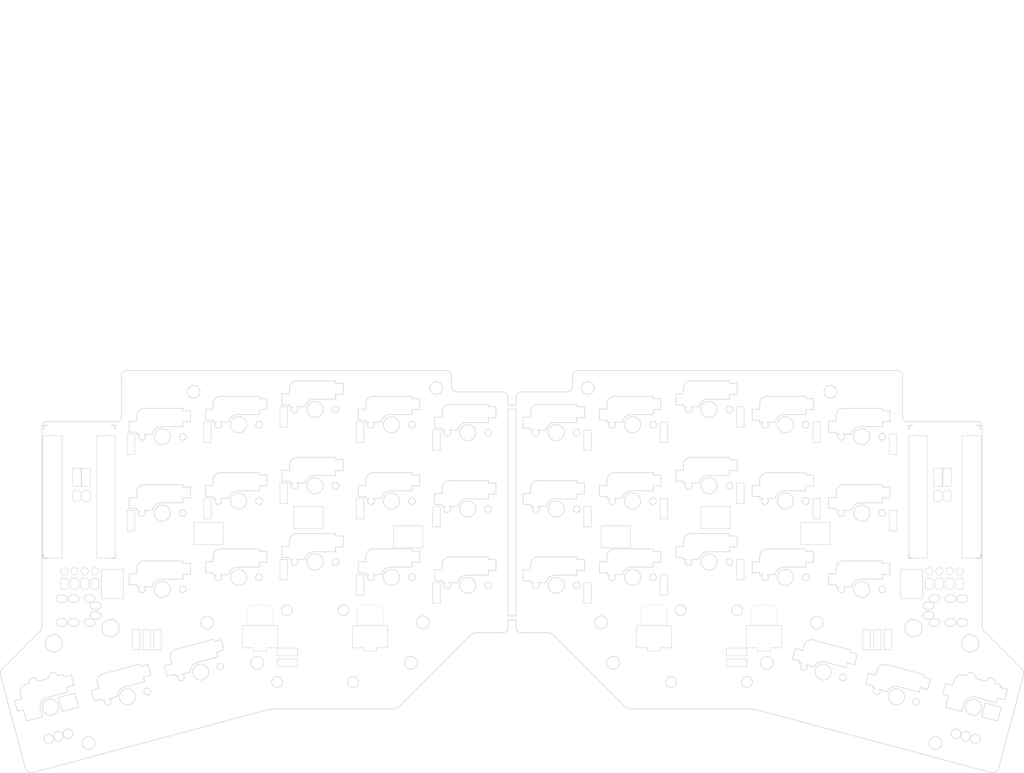
<source format=kicad_pcb>
(kicad_pcb (version 20211014) (generator pcbnew)
  (layers (0 "F.Cu" signal) (31 "B.Cu" signal) (34 "B.Paste" user) (35 "F.Paste" user) (36 "B.SilkS" user "B.Silkscreen") (37 "F.SilkS" user "F.Silkscreen") (38 "B.Mask" user) (39 "F.Mask" user) (44 "Edge.Cuts" user))
  (net 0 "")
  (footprint "jw_custom_footprint:CherryMX_Hotswap_cutout_bottom" (layer "F.Cu") (at 180.44134 103.640481))
  (footprint "jw_custom_footprint:MountingHole_2.7mm_M2.5_cutout" (layer "F.Cu") (at 206.482966 111.825812 180))
  (footprint "jw_custom_footprint:CherryMX_Hotswap_cutout_bottom" (layer "F.Cu") (at 180.44134 84.640881))
  (footprint "jw_custom_footprint:SolderJumper-2_P1.3mm_Open_RoundedPad1.0x1.5mm_dual_side_cutout" (layer "F.Cu") (at 256.345255 83.385519 90))
  (footprint "jw_custom_footprint:CherryMX_Hotswap_EC11_cutout_bottom" (layer "F.Cu") (at 265.2522 135.966198 -15))
  (footprint "jw_custom_footprint:MountingHole_3.2mm_M3_cutout" (layer "F.Cu") (at 229.642167 57.452637))
  (footprint "jw_custom_footprint:Diode_SOD123_THT_2_cutout_small" (layer "F.Cu") (at 226.23794 86.532681 90))
  (footprint "jw_custom_footprint:CherryMX_Hotswap_EC11_cutout_bottom" (layer "F.Cu") (at 35.61488 135.966198 15))
  (footprint "jw_custom_footprint:Diode_SOD123_THT_2_cutout_small" (layer "F.Cu") (at 238.649485 119.134121 -90))
  (footprint "jw_custom_footprint:CherryMX_Hotswap_cutout_bottom" (layer "F.Cu") (at 54.76648 133.3754 15))
  (footprint "jw_custom_footprint:CherryMX_Hotswap_cutout_bottom" (layer "F.Cu") (at 161.44114 67.639881))
  (footprint "jw_custom_footprint:LED_WS2812B_PLCC4_5.0x5.0mm_P3.2mm_double_side_cutout" (layer "F.Cu") (at 249.871774 105.27732 -90))
  (footprint "jw_custom_footprint:CherryMX_Hotswap_cutout_bottom" (layer "F.Cu") (at 139.42594 105.640681))
  (footprint "jw_custom_footprint:CherryMX_Hotswap_cutout_bottom" (layer "F.Cu") (at 161.44114 86.640281))
  (footprint "jw_custom_footprint:Diode_SOD123_THT_2_cutout_small" (layer "F.Cu") (at 188.23834 105.532481 90))
  (footprint "jw_custom_footprint:TE_0-1734839-5_1x05-1MP_P0.5mm_Horizontal_cutout" (layer "F.Cu") (at 87.726369 119.765646 180))
  (footprint "jw_custom_footprint:Diode_SOD123_THT_2_cutout_small" (layer "F.Cu") (at 226.23794 67.532721 90))
  (footprint "jw_custom_footprint:MountingHole_3.2mm_M3_cutout" (layer "F.Cu") (at 226.251212 114.891087))
  (footprint "jw_custom_footprint:MountingHole_4.3mm_M4_cutout" (layer "F.Cu") (at 250.317 116.3066 180))
  (footprint "jw_custom_footprint:Diode_SOD123_THT_2_cutout_small" (layer "F.Cu") (at 245.237638 89.533081 90))
  (footprint "jw_custom_footprint:CherryMX_Hotswap_cutout_bottom" (layer "F.Cu") (at 120.42574 103.640481))
  (footprint "jw_custom_footprint:Diode_SOD123_THT_2_cutout_small" (layer "F.Cu") (at 207.23774 63.722521 90))
  (footprint "jw_custom_footprint:CherryMX_Hotswap_cutout_bottom" (layer "F.Cu") (at 63.426442 87.641081))
  (footprint "jw_custom_footprint:MountingHole_3.2mm_M3_cutout" (layer "F.Cu") (at 172.593767 114.828437))
  (footprint "jw_custom_footprint:OLED_4Pin_cutout" (layer "F.Cu") (at 254.208651 102.117508))
  (footprint "jw_custom_footprint:MountingHole_4.3mm_M4_cutout" (layer "F.Cu") (at 264.476774 120.0658))
  (footprint "jw_custom_footprint:CherryMX_Hotswap_cutout_bottom" (layer "F.Cu") (at 246.1006 133.3754 -15))
  (footprint "jw_custom_footprint:Diode_SOD123_THT_2_cutout_small" (layer "F.Cu") (at 245.237767 70.533637 90))
  (footprint "jw_custom_footprint:TE_0-1734839-5_1x05-1MP_P0.5mm_Horizontal_cutout" (layer "F.Cu") (at 185.74057 119.765646 180))
  (footprint "jw_custom_footprint:CherryMX_Hotswap_cutout_bottom" (layer "F.Cu") (at 82.42614 65.640721))
  (footprint "jw_custom_footprint:CherryMX_Hotswap_cutout_bottom" (layer "F.Cu") (at 199.44074 99.830681))
  (footprint "jw_custom_footprint:CherryMX_Hotswap_cutout_bottom" (layer "F.Cu") (at 72.966306 127.229006 15))
  (footprint "jw_custom_footprint:MountingHole_3.2mm_M3_cutout" (layer "F.Cu") (at 255.778 144.907))
  (footprint "jw_custom_footprint:MountingHole_2.7mm_M2.5_cutout" (layer "F.Cu") (at 189.990966 129.71542 180))
  (footprint "jw_custom_footprint:Diode_SOD123_THT_2_cutout_small" (layer "F.Cu") (at 206.314012 124.899037 180))
  (footprint "jw_custom_footprint:SolderJumper-2_P1.3mm_Open_RoundedPad1.0x1.5mm_dual_side_cutout" (layer "F.Cu") (at 261.828651 105.253435 -90))
  (footprint "jw_custom_footprint:CherryMX_Hotswap_cutout_bottom" (layer "F.Cu") (at 218.44094 65.640721))
  (footprint "jw_custom_footprint:CherryMX_Hotswap_cutout_bottom" (layer "F.Cu") (at 180.44134 65.641281))
  (footprint "jw_custom_footprint:CherryMX_Hotswap_cutout_bottom" (layer "F.Cu") (at 139.42594 67.639881))
  (footprint "jw_custom_footprint:MountingHole_2.7mm_M2.5_cutout" (layer "F.Cu") (at 208.890766 129.71602 180))
  (footprint "jw_custom_footprint:CherryMX_Hotswap_cutout_bottom" (layer "F.Cu") (at 237.440638 68.641281))
  (footprint "jw_custom_footprint:Diode_SOD123_THT_2_cutout_small" (layer "F.Cu") (at 206.314012 122.192124 180))
  (footprint "jw_custom_footprint:CherryMX_Hotswap_cutout_bottom" (layer "F.Cu") (at 139.42594 86.640281))
  (footprint "jw_custom_footprint:ProMicro_jumper_pad_only_cutout_beneath_PCB" (layer "F.Cu") (at 42.80308 82.3361))
  (footprint "jw_custom_footprint:Diode_SOD123_THT_2_cutout_small" (layer "F.Cu") (at 169.23814 107.532681 90))
  (footprint "jw_custom_footprint:LED_WS2812B_PLCC4_5.0x5.0mm_P3.2mm_double_side_cutout" (layer "F.Cu") (at 176.262574 93.545806))
  (footprint "jw_custom_footprint:Diode_SOD123_THT_2_cutout_small" (layer "F.Cu") (at 188.23834 86.532881 90))
  (footprint "jw_custom_footprint:CherryMX_Hotswap_cutout_bottom" (layer "F.Cu") (at 82.42614 84.640681))
  (footprint "jw_custom_footprint:Diode_SOD123_THT_2_cutout_small" (layer "F.Cu") (at 169.23814 88.532281 90))
  (footprint "jw_custom_footprint:CherryMX_Hotswap_cutout_bottom" (layer "F.Cu") (at 120.42574 65.641281))
  (footprint "jw_custom_footprint:Diode_SOD123_THT_2_cutout_small" (layer "F.Cu") (at 241.308154 119.134121 -90))
  (footprint "jw_custom_footprint:R_1206_DoubleSided_cutout" (layer "F.Cu") (at 256.405172 78.716753 -90))
  (footprint "jw_custom_footprint:Diode_SOD123_THT_2_cutout_small" (layer "F.Cu") (at 188.23834 67.533281 90))
  (footprint "jw_custom_footprint:CherryMX_Hotswap_cutout_bottom" (layer "F.Cu") (at 218.44094 103.641081))
  (footprint "jw_custom_footprint:Diode_SOD123_THT_2_cutout_small" (layer "F.Cu") (at 207.23774 101.722681 90))
  (footprint "jw_custom_footprint:Diode_SOD123_THT_2_cutout_small" (layer "F.Cu") (at 169.23814 69.531881 90))
  (footprint "jw_custom_footprint:CherryMX_Hotswap_cutout_bottom" (layer "F.Cu") (at 63.426442 68.641281))
  (footprint "jw_custom_footprint:CherryMX_Hotswap_cutout_bottom" (layer "F.Cu") (at 120.42574 84.640881))
  (footprint "jw_custom_footprint:LED_WS2812B_PLCC4_5.0x5.0mm_P3.2mm_double_side_cutout" (layer "F.Cu") (at 225.935374 92.735806))
  (footprint "jw_custom_footprint:CherryMX_Hotswap_cutout_bottom" (layer "F.Cu") (at 101.42634 99.830681))
  (footprint "jw_custom_footprint:R_1206_DoubleSided_cutout" (layer "F.Cu") (at 258.730272 78.716753 -90))
  (footprint "jw_custom_footprint:MJ-4PP-9_cutout_beneath_PCB" (layer "F.Cu") (at 265.841712 112.784121 -90))
  (footprint "jw_custom_footprint:Diode_SOD123_THT_2_cutout_small" (layer "F.Cu") (at 243.966824 119.134121 -90))
  (footprint "jw_custom_footprint:CherryMX_Hotswap_cutout_bottom" (layer "F.Cu") (at 227.900774 127.229006 -15))
  (footprint "jw_custom_footprint:SolderJumper-2_P1.3mm_Open_RoundedPad1.0x1.5mm_dual_side_cutout" (layer "F.Cu") (at 258.801542 83.385519 90))
  (footprint "jw_custom_footprint:SolderJumper-2_P1.3mm_Open_RoundedPad1.0x1.5mm_dual_side_cutout" (layer "F.Cu") (at 254.208651 105.253435 -90))
  (footprint "jw_custom_footprint:MountingHole_3.2mm_M3_cutout" (layer "F.Cu") (at 213.826456 124.922887))
  (footprint "jw_custom_footprint:CherryMX_Hotswap_cutout_bottom" (layer "F.Cu") (at 237.440638 106.641081))
  (footprint "jw_custom_footprint:CherryMX_Hotswap_cutout_bottom" (layer "F.Cu") (at 218.44094 84.640681))
  (footprint "jw_custom_footprint:Diode_SOD123_THT_2_cutout_small" (layer "F.Cu") (at 207.23774 82.722481 90))
  (footprint "jw_custom_footprint:CherryMX_Hotswap_cutout_bottom" (layer "F.Cu") (at 82.42614 103.641081))
  (footprint "jw_custom_footprint:MountingHole_2.7mm_M2.5_cutout" (layer "F.Cu") (at 192.391455 111.825302 180))
  (footprint "jw_custom_footprint:LED_WS2812B_PLCC4_5.0x5.0mm_P3.2mm_double_side_cutout" (layer "F.Cu") (at 201.098974 88.745206))
  (footprint "jw_custom_footprint:SolderJumper-2_P1.3mm_Open_RoundedPad1.0x1.5mm_dual_side_cutout" (layer "F.Cu") (at 259.288651 105.253435 -90))
  (footprint "jw_custom_footprint:CherryMX_Hotswap_cutout_bottom" (layer "F.Cu") (at 237.440638 87.641081))
  (footprint "jw_custom_footprint:CherryMX_Hotswap_cutout_bottom" (layer "F.Cu") (at 63.426442 106.641081))
  (footprint "jw_custom_footprint:CherryMX_Hotswap_cutout_bottom" (layer "F.Cu") (at 199.44074 61.830521))
  (footprint "jw_custom_footprint:MountingHole_3.2mm_M3_cutout" (layer "F.Cu") (at 175.5902 124.922887))
  (footprint "jw_custom_footprint:MountingHole_3.2mm_M3_cutout" (layer "F.Cu") (at 169.291 56.5108))
  (footprint "jw_custom_footprint:CherryMX_Hotswap_cutout_bottom" (layer "F.Cu") (at 101.42634 61.830521))
  (footprint "jw_custom_footprint:CherryMX_Hotswap_cutout_bottom" (layer "F.Cu") (at 199.44074 80.830481))
  (footprint "jw_custom_footprint:SolderJumper-2_P1.3mm_Open_RoundedPad1.0x1.5mm_dual_side_cutout" (layer "F.Cu") (at 256.748651 105.253435 -90))
  (footprint "jw_custom_footprint:CherryMX_Hotswap_cutout_bottom" (layer "F.Cu") (at 101.42634 80.830481))
  (footprint "jw_custom_footprint:CherryMX_Hotswap_cutout_bottom" (layer "F.Cu") (at 161.44114 105.640681))
  (footprint "jw_custom_footprint:MountingHole_2.7mm_M2.5_cutout" (layer "B.Cu") (at 94.384114 111.825812))
  (footprint "jw_custom_footprint:Diode_SOD123_THT_2_cutout_small" (layer "B.Cu") (at 55.629313 70.533637 90))
  (footprint "jw_custom_footprint:SolderJumper-2_P1.3mm_Open_RoundedPad1.0x1.5mm_dual_side_cutout" (layer "B.Cu") (at 42.065538 83.385519 90))
  (footprint "jw_custom_footprint:Diode_SOD123_THT_2_cutout_small" (layer "B.Cu") (at 74.62914 67.532721 90))
  (footprint "jw_custom_footprint:LED_WS2812B_PLCC4_5.0x5.0mm_P3.2mm_double_side_cutout" (layer "B.Cu") (at 124.604506 93.545806 180))
  (footprint "jw_custom_footprint:Diode_SOD123_THT_2_cutout_small" (layer "B.Cu") (at 131.62894 107.532681 90))
  (footprint "jw_custom_footprint:Diode_SOD123_THT_2_cutout_small" (layer "B.Cu") (at 59.558926 119.134121 -90))
  (footprint "jw_custom_footprint:Diode_SOD123_THT_2_cutout_small" (layer "B.Cu") (at 56.900256 119.134121 -90))
  (footprint "jw_custom_footprint:Diode_SOD123_THT_2_cutout_small" (layer "B.Cu") (at 112.62874 105.532481 90))
  (footprint "jw_custom_footprint:LED_WS2812B_PLCC4_5.0x5.0mm_P3.2mm_double_side_cutout" (layer "B.Cu") (at 50.995306 105.27732 -90))
  (footprint "jw_custom_footprint:MountingHole_4.3mm_M4_cutout" (layer "B.Cu") (at 50.55008 116.3066))
  (footprint "jw_custom_footprint:MountingHole_3.2mm_M3_cutout" (layer "B.Cu") (at 125.27688 124.922887 180))
  (footprint "jw_custom_footprint:SolderJumper-2_P1.3mm_Open_RoundedPad1.0x1.5mm_dual_side_cutout" (layer "B.Cu") (at 41.578429 105.253435 -90))
  (footprint "jw_custom_footprint:Diode_SOD123_THT_2_cutout_small" (layer "B.Cu") (at 93.62934 82.722481 90))
  (footprint "jw_custom_footprint:Diode_SOD123_THT_2_cutout_small" (layer "B.Cu") (at 94.553068 124.899037))
  (footprint "jw_custom_footprint:Diode_SOD123_THT_2_cutout_small" (layer "B.Cu") (at 93.62934 63.722521 90))
  (footprint "jw_custom_footprint:MJ-4PP-9_cutout_beneath_PCB" (layer "B.Cu") (at 35.025368 112.784121 -90))
  (footprint "jw_custom_footprint:Diode_SOD123_THT_2_cutout_small" (layer "B.Cu") (at 112.62874 67.533281 90))
  (footprint "jw_custom_footprint:SolderJumper-2_P1.3mm_Open_RoundedPad1.0x1.5mm_dual_side_cutout" (layer "B.Cu") (at 46.658429 105.253435 -90))
  (footprint "jw_custom_footprint:LED_WS2812B_PLCC4_5.0x5.0mm_P3.2mm_double_side_cutout" (layer "B.Cu") (at 99.768106 88.745206 180))
  (footprint "jw_custom_footprint:Diode_SOD123_THT_2_cutout_small" (layer "B.Cu") (at 62.217595 119.134121 -90))
  (footprint "jw_custom_footprint:Diode_SOD123_THT_2_cutout_small" (layer "B.Cu") (at 131.62894 69.531881 90))
  (footprint "jw_custom_footprint:MountingHole_3.2mm_M3_cutout" (layer "B.Cu") (at 71.224913 57.452637 180))
  (footprint "jw_custom_footprint:TE_0-1734839-5_1x05-1MP_P0.5mm_Horizontal_cutout" (layer "B.Cu") (at 115.12651 119.765646))
  (footprint "jw_custom_footprint:LED_WS2812B_PLCC4_5.0x5.0mm_P3.2mm_double_side_cutout" (layer "B.Cu") (at 74.931706 92.735806 180))
  (footprint "jw_custom_footprint:MountingHole_3.2mm_M3_cutout" (layer "B.Cu") (at 131.57608 56.5108 180))
  (footprint "jw_custom_footprint:OLED_4Pin_cutout" (layer "B.Cu") (at 46.658429 102.117508 180))
  (footprint "jw_custom_footprint:Diode_SOD123_THT_2_cutout_small" (layer "B.Cu") (at 112.62874 86.532881 90))
  (footprint "jw_custom_footprint:TE_0-1734839-5_1x05-1MP_P0.5mm_Horizontal_cutout" (layer "B.Cu") (at 213.140711 119.765646))
  (footprint "jw_custom_footprint:MountingHole_2.7mm_M2.5_cutout" (layer "B.Cu") (at 110.876114 129.71542))
  (footprint "jw_custom_footprint:MountingHole_2.7mm_M2.5_cutout" (layer "B.Cu") (at 108.475625 111.825302))
  (footprint "jw_custom_footprint:MountingHole_3.2mm_M3_cutout" (layer "B.Cu") (at 45.08908 144.907 180))
  (footprint "jw_custom_footprint:SolderJumper-2_P1.3mm_Open_RoundedPad1.0x1.5mm_dual_side_cutout" (layer "B.Cu") (at 39.038429 105.253435 -90))
  (footprint "jw_custom_footprint:Diode_SOD123_THT_2_cutout_small" (layer "B.Cu") (at 93.62934 101.722681 90))
  (footprint "jw_custom_footprint:SolderJumper-2_P1.3mm_Open_RoundedPad1.0x1.5mm_dual_side_cutout" (layer "B.Cu") (at 44.521825 83.385519 90))
  (footprint "jw_custom_footprint:Diode_SOD123_THT_2_cutout_small" (layer "B.Cu") (at 131.62894 88.532281 90))
  (footprint "jw_custom_footprint:ProMicro_jumper_pad_only_cutout_beneath_PCB" (layer "B.Cu") (at 258.064 82.3361 180))
  (footprint "jw_custom_footprint:MountingHole_2.7mm_M2.5_cutout" (layer "B.Cu") (at 91.976314 129.71602))
  (footprint "jw_custom_footprint:Diode_SOD123_THT_2_cutout_small" (layer "B.Cu") (at 74.62914 86.532681 90))
  (footprint "jw_custom_footprint:R_1206_DoubleSided_cutout" (layer "B.Cu") (at 42.136808 78.716753 -90))
  (footprint "jw_custom_footprint:Diode_SOD123_THT_2_cutout_small" (layer "B.Cu") (at 55.629442 89.533081 90))
  (footprint "jw_custom_footprint:MountingHole_3.2mm_M3_cutout" (layer "B.Cu") (at 87.040624 124.922887 180))
  (footprint "jw_custom_footprint:SolderJumper-2_P1.3mm_Open_RoundedPad1.0x1.5mm_dual_side_cutout" (layer "B.Cu") (at 44.118429 105.253435 -90))
  (footprint "jw_custom_footprint:MountingHole_4.3mm_M4_cutout" (layer "B.Cu") (at 36.390306 120.0658 180))
  (footprint "jw_custom_footprint:MountingHole_3.2mm_M3_cutout" (layer "B.Cu") (at 74.615868 114.891087 180))
  (footprint "jw_custom_footprint:MountingHole_3.2mm_M3_cutout" (layer "B.Cu") (at 128.273313 114.828437 180))
  (footprint "jw_custom_footprint:Diode_SOD123_THT_2_cutout_small" (layer "B.Cu") (at 94.553068 122.192124))
  (footprint "jw_custom_footprint:R_1206_DoubleSided_cutout" (layer "B.Cu") (at 44.461908 78.716753 -90))
  (gr_line (start 209.868212 111.820487) (end 209.868212 115.554287) (layer "Edge.Cuts") (width 0.05))
  (gr_arc (start 117.160868 110.550487) (mid 118.058894 110.922461) (end 118.430868 111.820487) (layer "Edge.Cuts") (width 0.05))
  (gr_arc (start 148.098068 57.476121) (mid 149.031812 57.848718) (end 149.43354 58.770316) (layer "Edge.Cuts") (width 0.15))
  (gr_arc (start 89.728868 110.550487) (mid 90.626894 110.922461) (end 90.998868 111.820487) (layer "Edge.Cuts") (width 0.05))
  (gr_arc (start 151.43354 58.770316) (mid 151.835249 57.848699) (end 152.769012 57.476121) (layer "Edge.Cuts") (width 0.15))
  (gr_line (start 151.43354 113.249487) (end 151.43354 61.770316) (layer "Edge.Cuts") (width 0.15))
  (gr_line (start 84.471068 115.554287) (end 84.471068 111.820487) (layer "Edge.Cuts") (width 0.05))
  (gr_arc (start 152.564374 117.420006) (mid 151.776368 117.048225) (end 151.43354 116.247206) (layer "Edge.Cuts") (width 0.15))
  (gr_line (start 178.308767 135.600206) (end 160.909767 118.133206) (layer "Edge.Cuts") (width 0.15))
  (gr_arc (start 165.501498 53.527081) (mid 165.857786 52.566566) (end 166.8018 52.168587) (layer "Edge.Cuts") (width 0.15))
  (gr_line (start 111.903068 115.554287) (end 111.903068 111.820487) (layer "Edge.Cuts") (width 0.05))
  (gr_arc (start 88.76374 136.850006) (mid 90.341675 136.518253) (end 91.951313 136.423387) (layer "Edge.Cuts") (width 0.15))
  (gr_arc (start 136.759385 57.476121) (mid 135.77414 57.064466) (end 135.365582 56.077916) (layer "Edge.Cuts") (width 0.15))
  (gr_arc (start 180.340767 136.415387) (mid 179.237998 136.224083) (end 178.308767 135.600206) (layer "Edge.Cuts") (width 0.15))
  (gr_line (start 182.436212 111.820487) (end 182.436212 115.554287) (layer "Edge.Cuts") (width 0.05))
  (gr_arc (start 187.694012 110.550487) (mid 188.592038 110.922461) (end 188.964012 111.820487) (layer "Edge.Cuts") (width 0.05))
  (gr_line (start 269.59752 152.2222) (end 212.10334 136.850006) (layer "Edge.Cuts") (width 0.15))
  (gr_line (start 246.477285 52.168791) (end 166.8018 52.168587) (layer "Edge.Cuts") (width 0.15))
  (gr_arc (start 248.817691 64.868455) (mid 247.959846 64.513158) (end 247.604552 63.655316) (layer "Edge.Cuts") (width 0.15))
  (gr_arc (start 122.558313 135.600206) (mid 121.629079 136.224077) (end 120.526313 136.415387) (layer "Edge.Cuts") (width 0.15))
  (gr_arc (start 208.915767 136.423387) (mid 210.525404 136.518265) (end 212.10334 136.850006) (layer "Edge.Cuts") (width 0.15))
  (gr_line (start 188.964012 111.820487) (end 188.964012 115.554287) (layer "Edge.Cuts") (width 0.05))
  (gr_line (start 148.302706 117.420006) (end 141.676713 117.420006) (layer "Edge.Cuts") (width 0.15))
  (gr_line (start 188.964012 115.554287) (end 182.436212 115.554287) (layer "Edge.Cuts") (width 0.05))
  (gr_line (start 267.965721 117.1448) (end 277.241 126.4158) (layer "Edge.Cuts") (width 0.15))
  (gr_arc (start 31.26956 152.2222) (mid 30.076877 152.072497) (end 29.343004 151.120503) (layer "Edge.Cuts") (width 0.15))
  (gr_line (start 120.526313 136.415387) (end 91.951313 136.423387) (layer "Edge.Cuts") (width 0.15))
  (gr_arc (start 267.965721 117.1448) (mid 267.547878 116.515756) (end 267.41039 115.7732) (layer "Edge.Cuts") (width 0.15))
  (gr_line (start 118.430868 115.554287) (end 111.903068 115.554287) (layer "Edge.Cuts") (width 0.05))
  (gr_line (start 149.43354 113.249487) (end 149.43354 61.770316) (layer "Edge.Cuts") (width 0.15))
  (gr_line (start 90.998868 115.554287) (end 84.471068 115.554287) (layer "Edge.Cuts") (width 0.05))
  (gr_line (start 152.769012 57.476121) (end 164.107695 57.476121) (layer "Edge.Cuts") (width 0.15))
  (gr_line (start 247.604552 53.273487) (end 247.604552 63.655316) (layer "Edge.Cuts") (width 0.15))
  (gr_arc (start 266.24199 64.868455) (mid 267.081771 65.199632) (end 267.41039 66.040406) (layer "Edge.Cuts") (width 0.15))
  (gr_line (start 151.43354 114.249487) (end 149.43354 114.249487) (layer "Edge.Cuts") (width 0.15))
  (gr_arc (start 84.471068 111.820487) (mid 84.843042 110.922461) (end 85.741068 110.550487) (layer "Edge.Cuts") (width 0.05))
  (gr_line (start 134.06528 52.168587) (end 54.389795 52.168791) (layer "Edge.Cuts") (width 0.15))
  (gr_line (start 215.126012 110.550487) (end 211.138212 110.550487) (layer "Edge.Cuts") (width 0.05))
  (gr_arc (start 149.43354 116.247206) (mid 149.090697 117.048211) (end 148.302706 117.420006) (layer "Edge.Cuts") (width 0.15))
  (gr_arc (start 159.190367 117.420006) (mid 160.126296 117.592829) (end 160.909767 118.133206) (layer "Edge.Cuts") (width 0.15))
  (gr_line (start 117.160868 110.550487) (end 113.173068 110.550487) (layer "Edge.Cuts") (width 0.05))
  (gr_line (start 88.76374 136.850006) (end 31.26956 152.2222) (layer "Edge.Cuts") (width 0.15))
  (gr_arc (start 33.45669 66.040406) (mid 33.785328 65.199652) (end 34.62509 64.868455) (layer "Edge.Cuts") (width 0.15))
  (gr_line (start 149.43354 114.249487) (end 149.43354 116.247206) (layer "Edge.Cuts") (width 0.15))
  (gr_line (start 208.915767 136.423387) (end 180.340767 136.415387) (layer "Edge.Cuts") (width 0.15))
  (gr_line (start 159.190367 117.420006) (end 152.564374 117.420006) (layer "Edge.Cuts") (width 0.15))
  (gr_line (start 23.62608 126.4158) (end 32.901359 117.1448) (layer "Edge.Cuts") (width 0.15))
  (gr_arc (start 139.957313 118.133206) (mid 140.740781 117.592821) (end 141.676713 117.420006) (layer "Edge.Cuts") (width 0.15))
  (gr_line (start 89.728868 110.550487) (end 85.741068 110.550487) (layer "Edge.Cuts") (width 0.05))
  (gr_line (start 271.524076 151.120503) (end 277.6982 128.0668) (layer "Edge.Cuts") (width 0.15))
  (gr_arc (start 215.126012 110.550487) (mid 216.024038 110.922461) (end 216.396012 111.820487) (layer "Edge.Cuts") (width 0.05))
  (gr_line (start 53.262528 63.655316) (end 53.262528 53.273487) (layer "Edge.Cuts") (width 0.15))
  (gr_line (start 135.365582 56.077916) (end 135.365582 53.527081) (layer "Edge.Cuts") (width 0.15))
  (gr_arc (start 182.436212 111.820487) (mid 182.808186 110.922461) (end 183.706212 110.550487) (layer "Edge.Cuts") (width 0.05))
  (gr_arc (start 271.524076 151.120503) (mid 270.79018 152.072457) (end 269.59752 152.2222) (layer "Edge.Cuts") (width 0.15))
  (gr_line (start 90.998868 115.554287) (end 90.998868 111.820487) (layer "Edge.Cuts") (width 0.05))
  (gr_arc (start 111.903068 111.820487) (mid 112.275042 110.922461) (end 113.173068 110.550487) (layer "Edge.Cuts") (width 0.05))
  (gr_arc (start 165.501498 56.077916) (mid 165.092967 57.064493) (end 164.107695 57.476121) (layer "Edge.Cuts") (width 0.15))
  (gr_line (start 216.396012 115.554287) (end 209.868212 115.554287) (layer "Edge.Cuts") (width 0.05))
  (gr_arc (start 23.16888 128.0668) (mid 23.169286 127.178106) (end 23.62608 126.4158) (layer "Edge.Cuts") (width 0.15))
  (gr_arc (start 134.06528 52.168587) (mid 135.00931 52.56655) (end 135.365582 53.527081) (layer "Edge.Cuts") (width 0.15))
  (gr_line (start 216.396012 111.820487) (end 216.396012 115.554287) (layer "Edge.Cuts") (width 0.05))
  (gr_line (start 52.049389 64.868455) (end 34.62509 64.868455) (layer "Edge.Cuts") (width 0.15))
  (gr_arc (start 246.477285 52.168791) (mid 247.27921 52.477977) (end 247.604552 53.273487) (layer "Edge.Cuts") (width 0.15))
  (gr_line (start 187.694012 110.550487) (end 183.706212 110.550487) (layer "Edge.Cuts") (width 0.05))
  (gr_line (start 23.16888 128.0668) (end 29.343004 151.120503) (layer "Edge.Cuts") (width 0.15))
  (gr_line (start 149.43354 58.770316) (end 149.43354 60.768035) (layer "Edge.Cuts") (width 0.15))
  (gr_arc (start 209.868212 111.820487) (mid 210.240186 110.922461) (end 211.138212 110.550487) (layer "Edge.Cuts") (width 0.05))
  (gr_line (start 151.43354 114.249487) (end 151.43354 116.247206) (layer "Edge.Cuts") (width 0.15))
  (gr_arc (start 277.241 126.4158) (mid 277.697781 127.17811) (end 277.6982 128.0668) (layer "Edge.Cuts") (width 0.15))
  (gr_line (start 151.43354 113.249487) (end 149.43354 113.249487) (layer "Edge.Cuts") (width 0.15))
  (gr_line (start 151.43354 60.770316) (end 149.43354 60.770316) (layer "Edge.Cuts") (width 0.15))
  (gr_line (start 151.43354 58.770316) (end 151.43354 60.768035) (layer "Edge.Cuts") (width 0.15))
  (gr_line (start 266.24199 64.868455) (end 248.817691 64.868455) (layer "Edge.Cuts") (width 0.15))
  (gr_line (start 33.45669 66.040406) (end 33.45669 115.7732) (layer "Edge.Cuts") (width 0.15))
  (gr_arc (start 53.262528 63.655316) (mid 52.907228 64.513153) (end 52.049389 64.868455) (layer "Edge.Cuts") (width 0.15))
  (gr_line (start 165.501498 53.527081) (end 165.501498 56.077916) (layer "Edge.Cuts") (width 0.15))
  (gr_arc (start 33.45669 115.7732) (mid 33.31921 116.515759) (end 32.901359 117.1448) (layer "Edge.Cuts") (width 0.15))
  (gr_line (start 136.759385 57.476121) (end 148.098068 57.476121) (layer "Edge.Cuts") (width 0.15))
  (gr_line (start 139.957313 118.133206) (end 122.558313 135.600206) (layer "Edge.Cuts") (width 0.15))
  (gr_line (start 118.430868 115.554287) (end 118.430868 111.820487) (layer "Edge.Cuts") (width 0.05))
  (gr_arc (start 53.262528 53.273487) (mid 53.587867 52.477975) (end 54.389795 52.168791) (layer "Edge.Cuts") (width 0.15))
  (gr_line (start 267.41039 115.7732) (end 267.41039 66.040406) (layer "Edge.Cuts") (width 0.15))
  (gr_line (start 151.43354 61.770316) (end 149.43354 61.770316) (layer "Edge.Cuts") (width 0.15))
)
</source>
